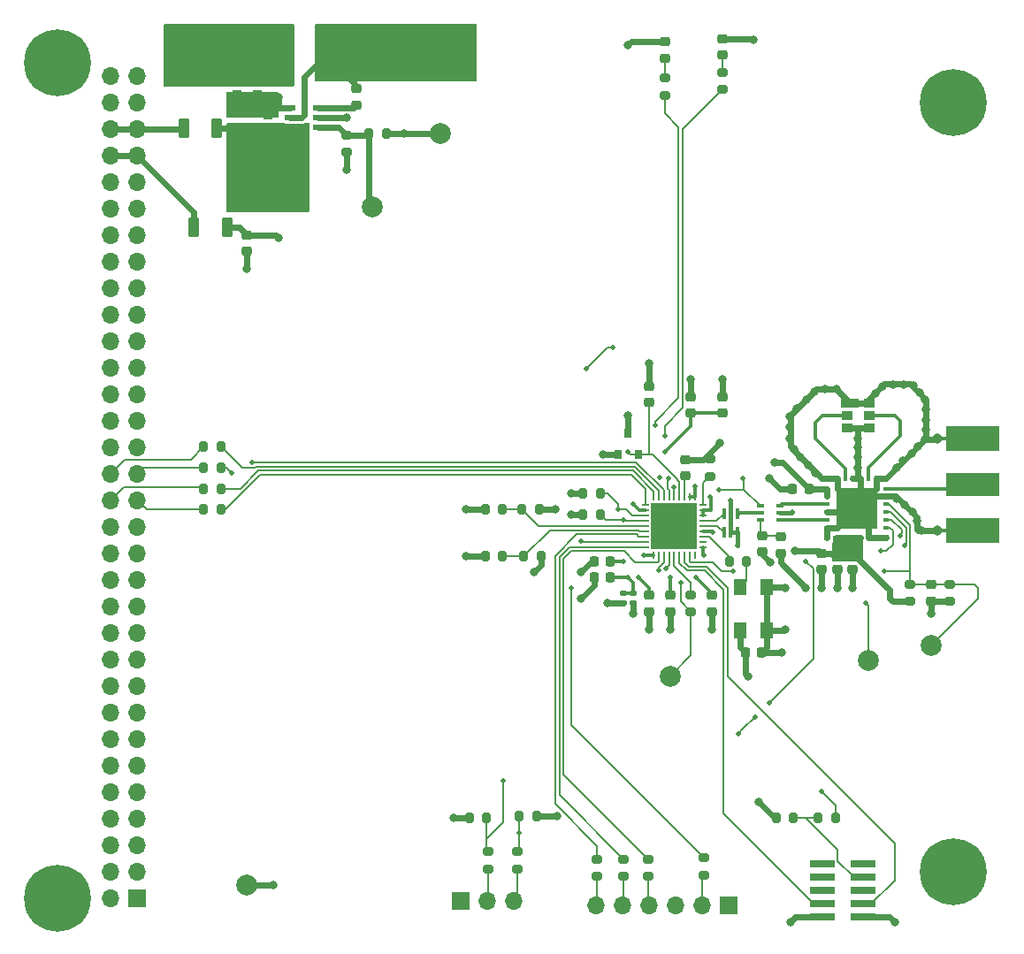
<source format=gtl>
G04 #@! TF.GenerationSoftware,KiCad,Pcbnew,7.0.9+1*
G04 #@! TF.CreationDate,2024-02-23T15:47:32-08:00*
G04 #@! TF.ProjectId,hsl_radio,68736c5f-7261-4646-996f-2e6b69636164,1*
G04 #@! TF.SameCoordinates,Original*
G04 #@! TF.FileFunction,Copper,L1,Top*
G04 #@! TF.FilePolarity,Positive*
%FSLAX46Y46*%
G04 Gerber Fmt 4.6, Leading zero omitted, Abs format (unit mm)*
G04 Created by KiCad (PCBNEW 7.0.9+1) date 2024-02-23 15:47:32*
%MOMM*%
%LPD*%
G01*
G04 APERTURE LIST*
G04 Aperture macros list*
%AMRoundRect*
0 Rectangle with rounded corners*
0 $1 Rounding radius*
0 $2 $3 $4 $5 $6 $7 $8 $9 X,Y pos of 4 corners*
0 Add a 4 corners polygon primitive as box body*
4,1,4,$2,$3,$4,$5,$6,$7,$8,$9,$2,$3,0*
0 Add four circle primitives for the rounded corners*
1,1,$1+$1,$2,$3*
1,1,$1+$1,$4,$5*
1,1,$1+$1,$6,$7*
1,1,$1+$1,$8,$9*
0 Add four rect primitives between the rounded corners*
20,1,$1+$1,$2,$3,$4,$5,0*
20,1,$1+$1,$4,$5,$6,$7,0*
20,1,$1+$1,$6,$7,$8,$9,0*
20,1,$1+$1,$8,$9,$2,$3,0*%
G04 Aperture macros list end*
G04 #@! TA.AperFunction,ComponentPad*
%ADD10C,0.609600*%
G04 #@! TD*
G04 #@! TA.AperFunction,SMDPad,CuDef*
%ADD11R,0.280000X0.750000*%
G04 #@! TD*
G04 #@! TA.AperFunction,SMDPad,CuDef*
%ADD12R,0.750000X0.280000*%
G04 #@! TD*
G04 #@! TA.AperFunction,SMDPad,CuDef*
%ADD13R,4.400000X4.400000*%
G04 #@! TD*
G04 #@! TA.AperFunction,SMDPad,CuDef*
%ADD14RoundRect,0.225000X0.225000X0.250000X-0.225000X0.250000X-0.225000X-0.250000X0.225000X-0.250000X0*%
G04 #@! TD*
G04 #@! TA.AperFunction,SMDPad,CuDef*
%ADD15RoundRect,0.140000X-0.170000X0.140000X-0.170000X-0.140000X0.170000X-0.140000X0.170000X0.140000X0*%
G04 #@! TD*
G04 #@! TA.AperFunction,SMDPad,CuDef*
%ADD16RoundRect,0.225000X-0.250000X0.225000X-0.250000X-0.225000X0.250000X-0.225000X0.250000X0.225000X0*%
G04 #@! TD*
G04 #@! TA.AperFunction,SMDPad,CuDef*
%ADD17RoundRect,0.225000X0.250000X-0.225000X0.250000X0.225000X-0.250000X0.225000X-0.250000X-0.225000X0*%
G04 #@! TD*
G04 #@! TA.AperFunction,SMDPad,CuDef*
%ADD18RoundRect,0.225000X-0.225000X-0.250000X0.225000X-0.250000X0.225000X0.250000X-0.225000X0.250000X0*%
G04 #@! TD*
G04 #@! TA.AperFunction,SMDPad,CuDef*
%ADD19RoundRect,0.218750X-0.256250X0.218750X-0.256250X-0.218750X0.256250X-0.218750X0.256250X0.218750X0*%
G04 #@! TD*
G04 #@! TA.AperFunction,SMDPad,CuDef*
%ADD20R,2.400000X0.740000*%
G04 #@! TD*
G04 #@! TA.AperFunction,ComponentPad*
%ADD21R,1.700000X1.700000*%
G04 #@! TD*
G04 #@! TA.AperFunction,ComponentPad*
%ADD22O,1.700000X1.700000*%
G04 #@! TD*
G04 #@! TA.AperFunction,SMDPad,CuDef*
%ADD23R,5.080000X2.290000*%
G04 #@! TD*
G04 #@! TA.AperFunction,SMDPad,CuDef*
%ADD24R,0.950000X0.460000*%
G04 #@! TD*
G04 #@! TA.AperFunction,ComponentPad*
%ADD25C,0.970000*%
G04 #@! TD*
G04 #@! TA.AperFunction,SMDPad,CuDef*
%ADD26R,5.080000X2.420000*%
G04 #@! TD*
G04 #@! TA.AperFunction,SMDPad,CuDef*
%ADD27RoundRect,0.250000X0.275000X0.700000X-0.275000X0.700000X-0.275000X-0.700000X0.275000X-0.700000X0*%
G04 #@! TD*
G04 #@! TA.AperFunction,SMDPad,CuDef*
%ADD28RoundRect,0.218750X-0.218750X-0.256250X0.218750X-0.256250X0.218750X0.256250X-0.218750X0.256250X0*%
G04 #@! TD*
G04 #@! TA.AperFunction,SMDPad,CuDef*
%ADD29RoundRect,0.218750X0.256250X-0.218750X0.256250X0.218750X-0.256250X0.218750X-0.256250X-0.218750X0*%
G04 #@! TD*
G04 #@! TA.AperFunction,SMDPad,CuDef*
%ADD30RoundRect,0.200000X-0.200000X-0.275000X0.200000X-0.275000X0.200000X0.275000X-0.200000X0.275000X0*%
G04 #@! TD*
G04 #@! TA.AperFunction,SMDPad,CuDef*
%ADD31RoundRect,0.200000X0.200000X0.275000X-0.200000X0.275000X-0.200000X-0.275000X0.200000X-0.275000X0*%
G04 #@! TD*
G04 #@! TA.AperFunction,SMDPad,CuDef*
%ADD32RoundRect,0.200000X-0.275000X0.200000X-0.275000X-0.200000X0.275000X-0.200000X0.275000X0.200000X0*%
G04 #@! TD*
G04 #@! TA.AperFunction,SMDPad,CuDef*
%ADD33RoundRect,0.200000X0.275000X-0.200000X0.275000X0.200000X-0.275000X0.200000X-0.275000X-0.200000X0*%
G04 #@! TD*
G04 #@! TA.AperFunction,SMDPad,CuDef*
%ADD34R,1.700000X0.810000*%
G04 #@! TD*
G04 #@! TA.AperFunction,SMDPad,CuDef*
%ADD35R,1.050000X0.810000*%
G04 #@! TD*
G04 #@! TA.AperFunction,SMDPad,CuDef*
%ADD36R,0.800000X0.900000*%
G04 #@! TD*
G04 #@! TA.AperFunction,SMDPad,CuDef*
%ADD37R,0.650000X0.400000*%
G04 #@! TD*
G04 #@! TA.AperFunction,SMDPad,CuDef*
%ADD38R,1.003300X0.558800*%
G04 #@! TD*
G04 #@! TA.AperFunction,SMDPad,CuDef*
%ADD39C,2.000000*%
G04 #@! TD*
G04 #@! TA.AperFunction,SMDPad,CuDef*
%ADD40RoundRect,0.475000X0.475000X2.075000X-0.475000X2.075000X-0.475000X-2.075000X0.475000X-2.075000X0*%
G04 #@! TD*
G04 #@! TA.AperFunction,ComponentPad*
%ADD41C,6.400000*%
G04 #@! TD*
G04 #@! TA.AperFunction,SMDPad,CuDef*
%ADD42R,0.350000X1.000000*%
G04 #@! TD*
G04 #@! TA.AperFunction,SMDPad,CuDef*
%ADD43R,0.609600X0.609600*%
G04 #@! TD*
G04 #@! TA.AperFunction,SMDPad,CuDef*
%ADD44R,0.609600X0.457200*%
G04 #@! TD*
G04 #@! TA.AperFunction,SMDPad,CuDef*
%ADD45R,0.457200X0.609600*%
G04 #@! TD*
G04 #@! TA.AperFunction,SMDPad,CuDef*
%ADD46R,3.886200X3.886200*%
G04 #@! TD*
G04 #@! TA.AperFunction,SMDPad,CuDef*
%ADD47R,1.300000X1.600000*%
G04 #@! TD*
G04 #@! TA.AperFunction,ViaPad*
%ADD48C,0.500000*%
G04 #@! TD*
G04 #@! TA.AperFunction,ViaPad*
%ADD49C,0.800000*%
G04 #@! TD*
G04 #@! TA.AperFunction,Conductor*
%ADD50C,0.300000*%
G04 #@! TD*
G04 #@! TA.AperFunction,Conductor*
%ADD51C,0.600000*%
G04 #@! TD*
G04 #@! TA.AperFunction,Conductor*
%ADD52C,0.400000*%
G04 #@! TD*
G04 #@! TA.AperFunction,Conductor*
%ADD53C,0.200000*%
G04 #@! TD*
G04 #@! TA.AperFunction,Conductor*
%ADD54C,0.349250*%
G04 #@! TD*
G04 #@! TA.AperFunction,Conductor*
%ADD55C,0.203200*%
G04 #@! TD*
G04 APERTURE END LIST*
D10*
X142900000Y-68100000D03*
X144400000Y-68100000D03*
X144400000Y-65100000D03*
X142900000Y-65100000D03*
X141400000Y-65100000D03*
D11*
X142900000Y-63820000D03*
X143400000Y-63820000D03*
X143900000Y-63820000D03*
X144400000Y-63820000D03*
X144900000Y-63820000D03*
X142400000Y-63820000D03*
X141900000Y-63820000D03*
X141400000Y-63820000D03*
X140900000Y-63820000D03*
D12*
X145680000Y-66600000D03*
X145680000Y-67100000D03*
X145680000Y-67600000D03*
X145680000Y-68100000D03*
X145680000Y-68600000D03*
X145680000Y-64600000D03*
X145680000Y-65100000D03*
X145680000Y-65600000D03*
X145680000Y-66100000D03*
D11*
X142900000Y-69380000D03*
X142400000Y-69380000D03*
X141900000Y-69380000D03*
X141400000Y-69380000D03*
X140900000Y-69380000D03*
X144900000Y-69380000D03*
X144400000Y-69380000D03*
X143900000Y-69380000D03*
X143400000Y-69380000D03*
D12*
X140120000Y-66600000D03*
X140120000Y-66100000D03*
X140120000Y-65600000D03*
X140120000Y-65100000D03*
X140120000Y-64600000D03*
X140120000Y-68600000D03*
X140120000Y-68100000D03*
X140120000Y-67600000D03*
X140120000Y-67100000D03*
D13*
X142900000Y-66600000D03*
D10*
X141400000Y-68100000D03*
X144400000Y-66600000D03*
X142900000Y-66600000D03*
X141400000Y-66600000D03*
D14*
X136775000Y-71500000D03*
X135225000Y-71500000D03*
D15*
X139000000Y-73020000D03*
X139000000Y-73980000D03*
D16*
X140500000Y-73225000D03*
X140500000Y-74775000D03*
D17*
X104000000Y-28775000D03*
X104000000Y-27225000D03*
D16*
X142500000Y-73225000D03*
X142500000Y-74775000D03*
X167500000Y-72225000D03*
X167500000Y-73775000D03*
D15*
X138000000Y-73040000D03*
X138000000Y-74000000D03*
D16*
X157000000Y-69225000D03*
X157000000Y-70775000D03*
X144500000Y-54225000D03*
X144500000Y-55775000D03*
X146500000Y-73225000D03*
X146500000Y-74775000D03*
X101000000Y-23725000D03*
X101000000Y-25275000D03*
X102000000Y-38725000D03*
X102000000Y-40275000D03*
D17*
X144000000Y-61775000D03*
X144000000Y-60225000D03*
X140500000Y-54775000D03*
X140500000Y-53225000D03*
D16*
X151300000Y-67525000D03*
X151300000Y-69075000D03*
D18*
X149725000Y-78700000D03*
X151275000Y-78700000D03*
D14*
X155775000Y-63000000D03*
X154225000Y-63000000D03*
D16*
X158500000Y-69225000D03*
X158500000Y-70775000D03*
X160000000Y-69225000D03*
X160000000Y-70775000D03*
X147500000Y-54225000D03*
X147500000Y-55775000D03*
D19*
X142000000Y-20212500D03*
X142000000Y-21787500D03*
X147500000Y-19925000D03*
X147500000Y-21500000D03*
D20*
X160950000Y-104040000D03*
X157050000Y-104040000D03*
X160950000Y-102770000D03*
X157050000Y-102770000D03*
X160950000Y-101500000D03*
X157050000Y-101500000D03*
X160950000Y-100230000D03*
X157050000Y-100230000D03*
X160950000Y-98960000D03*
X157050000Y-98960000D03*
D21*
X148150000Y-102900000D03*
D22*
X145610000Y-102900000D03*
X143070000Y-102900000D03*
X140530000Y-102900000D03*
X137990000Y-102900000D03*
X135450000Y-102900000D03*
D21*
X122475000Y-102500000D03*
D22*
X125015000Y-102500000D03*
X127555000Y-102500000D03*
D23*
X171500000Y-62620000D03*
D24*
X168510000Y-67000000D03*
D25*
X168060000Y-58240000D03*
D26*
X171500000Y-67000000D03*
D24*
X168510000Y-58240000D03*
D26*
X171500000Y-58240000D03*
D25*
X168060000Y-67000000D03*
D27*
X100075000Y-38000000D03*
X96925000Y-38000000D03*
D28*
X135212500Y-70000000D03*
X136787500Y-70000000D03*
D29*
X153100000Y-69187500D03*
X153100000Y-67612500D03*
D30*
X123275000Y-94500000D03*
X124925000Y-94500000D03*
D31*
X129725000Y-94400000D03*
X128075000Y-94400000D03*
D32*
X142000000Y-23675000D03*
X142000000Y-25325000D03*
X147500000Y-23137500D03*
X147500000Y-24787500D03*
X135500000Y-98475000D03*
X135500000Y-100125000D03*
X145700000Y-98375000D03*
X145700000Y-100025000D03*
X138000000Y-98475000D03*
X138000000Y-100125000D03*
X140400000Y-98475000D03*
X140400000Y-100125000D03*
D31*
X99500000Y-65000000D03*
X97850000Y-65000000D03*
X99500000Y-63000000D03*
X97850000Y-63000000D03*
X99500000Y-59000000D03*
X97850000Y-59000000D03*
X99500000Y-61000000D03*
X97850000Y-61000000D03*
D32*
X127900000Y-97775000D03*
X127900000Y-99425000D03*
X125100000Y-97775000D03*
X125100000Y-99425000D03*
X146300000Y-60175000D03*
X146300000Y-61825000D03*
D31*
X149825000Y-70000000D03*
X148175000Y-70000000D03*
X158325000Y-94500000D03*
X156675000Y-94500000D03*
X126475000Y-65000000D03*
X124825000Y-65000000D03*
X129975000Y-65000000D03*
X128325000Y-65000000D03*
X126475000Y-69500000D03*
X124825000Y-69500000D03*
X130150000Y-69500000D03*
X128500000Y-69500000D03*
D30*
X134175000Y-65500000D03*
X135825000Y-65500000D03*
D31*
X154325000Y-94500000D03*
X152675000Y-94500000D03*
X135825000Y-63500000D03*
X134175000Y-63500000D03*
D32*
X169250000Y-72175000D03*
X169250000Y-73825000D03*
D33*
X165500000Y-73825000D03*
X165500000Y-72175000D03*
D34*
X159750000Y-54810000D03*
D35*
X159425000Y-56000000D03*
X159425000Y-57190000D03*
X161575000Y-57190000D03*
X161575000Y-56000000D03*
X161575000Y-54810000D03*
D36*
X137550000Y-59700000D03*
X139450000Y-59700000D03*
X138500000Y-57700000D03*
D37*
X153020000Y-65970000D03*
X153020000Y-64670000D03*
X151120000Y-65320000D03*
X153020000Y-65320000D03*
X151120000Y-64670000D03*
X151120000Y-65970000D03*
D33*
X144500000Y-74825000D03*
X144500000Y-73175000D03*
D17*
X112500000Y-26275000D03*
X112500000Y-24725000D03*
D38*
X106147450Y-26549999D03*
X106147450Y-27500000D03*
X106147450Y-28450001D03*
X108852550Y-28450001D03*
X108852550Y-27500000D03*
X108852550Y-26549999D03*
D39*
X102000000Y-101000000D03*
D32*
X111500000Y-29175000D03*
X111500000Y-30825000D03*
D39*
X167500000Y-78000000D03*
D40*
X109600000Y-21500000D03*
X105400000Y-21500000D03*
D31*
X115325000Y-29000000D03*
X113675000Y-29000000D03*
D21*
X91500000Y-102200000D03*
D22*
X88960000Y-102200000D03*
X91500000Y-99660000D03*
X88960000Y-99660000D03*
X91500000Y-97120000D03*
X88960000Y-97120000D03*
X91500000Y-94580000D03*
X88960000Y-94580000D03*
X91500000Y-92040000D03*
X88960000Y-92040000D03*
X91500000Y-89500000D03*
X88960000Y-89500000D03*
X91500000Y-86960000D03*
X88960000Y-86960000D03*
X91500000Y-84420000D03*
X88960000Y-84420000D03*
X91500000Y-81880000D03*
X88960000Y-81880000D03*
X91500000Y-79340000D03*
X88960000Y-79340000D03*
X91500000Y-76800000D03*
X88960000Y-76800000D03*
X91500000Y-74260000D03*
X88960000Y-74260000D03*
X91500000Y-71720000D03*
X88960000Y-71720000D03*
X91500000Y-69180000D03*
X88960000Y-69180000D03*
X91500000Y-66640000D03*
X88960000Y-66640000D03*
X91500000Y-64100000D03*
X88960000Y-64100000D03*
X91500000Y-61560000D03*
X88960000Y-61560000D03*
X91500000Y-59020000D03*
X88960000Y-59020000D03*
X91500000Y-56480000D03*
X88960000Y-56480000D03*
X91500000Y-53940000D03*
X88960000Y-53940000D03*
X91500000Y-51400000D03*
X88960000Y-51400000D03*
X91500000Y-48860000D03*
X88960000Y-48860000D03*
X91500000Y-46320000D03*
X88960000Y-46320000D03*
X91500000Y-43780000D03*
X88960000Y-43780000D03*
X91500000Y-41240000D03*
X88960000Y-41240000D03*
X91500000Y-38700000D03*
X88960000Y-38700000D03*
X91500000Y-36160000D03*
X88960000Y-36160000D03*
X91500000Y-33620000D03*
X88960000Y-33620000D03*
X91500000Y-31080000D03*
X88960000Y-31080000D03*
X91500000Y-28540000D03*
X88960000Y-28540000D03*
X91500000Y-26000000D03*
X88960000Y-26000000D03*
X91500000Y-23460000D03*
X88960000Y-23460000D03*
D41*
X169605000Y-99660000D03*
X169605000Y-26000000D03*
X83880000Y-102200000D03*
X83880000Y-22190000D03*
D27*
X99075000Y-28500000D03*
X95925000Y-28500000D03*
D42*
X148950000Y-65400000D03*
X148300000Y-65400000D03*
X147650000Y-65400000D03*
X147650000Y-67200000D03*
X148300000Y-67200000D03*
X148950000Y-67200000D03*
D39*
X120500000Y-29000000D03*
X142500000Y-81000000D03*
D43*
X163220207Y-67737021D03*
D44*
X163220195Y-66750000D03*
X163220195Y-65999999D03*
X163220195Y-65250001D03*
X163220195Y-64499999D03*
X163220195Y-63750001D03*
X163220195Y-63000000D03*
D43*
X163220207Y-62013995D03*
D45*
X162250001Y-62012992D03*
X161500000Y-62012992D03*
X160750002Y-62012992D03*
X160000000Y-62012992D03*
X159250002Y-62012992D03*
X158500001Y-62012992D03*
D43*
X157529795Y-62013995D03*
D44*
X157529807Y-63000000D03*
X157529807Y-63750001D03*
X157529807Y-64499999D03*
X157529807Y-65250001D03*
X157529807Y-65999999D03*
X157529807Y-66750000D03*
D43*
X157529795Y-67737021D03*
D45*
X158500001Y-67737008D03*
X159250002Y-67737008D03*
X160000000Y-67737008D03*
X160750002Y-67737008D03*
X161500000Y-67737008D03*
X162250001Y-67737008D03*
D46*
X160375001Y-64875000D03*
D39*
X114000000Y-36000000D03*
D47*
X151750000Y-76550000D03*
X151750000Y-72450000D03*
X149250000Y-72450000D03*
X149250000Y-76550000D03*
D16*
X103000000Y-23725000D03*
X103000000Y-25275000D03*
D39*
X161500000Y-79500000D03*
D48*
X146300000Y-63800000D03*
X138000000Y-70000000D03*
X144900000Y-62800000D03*
X142000000Y-59500000D03*
X145700000Y-69400000D03*
X145000000Y-71500000D03*
X139000000Y-64500000D03*
X142500000Y-71500000D03*
X140000000Y-69400000D03*
X146600000Y-67200000D03*
X138500000Y-71500000D03*
X139500000Y-71500000D03*
X141518899Y-61981101D03*
D49*
X164800000Y-60300000D03*
X153500000Y-76500000D03*
X157000000Y-72500000D03*
X166360000Y-53850000D03*
X158500000Y-72500000D03*
X133000000Y-63500000D03*
D48*
X154200000Y-65280000D03*
D49*
X160029807Y-65500000D03*
X160029807Y-64500000D03*
X150500000Y-20000000D03*
X164190000Y-63930000D03*
X159029807Y-63500000D03*
X166910000Y-54500000D03*
X161029807Y-63500000D03*
X147300000Y-58600000D03*
X164840000Y-53030000D03*
D48*
X148950000Y-68500000D03*
D49*
X154350000Y-59230000D03*
X164180000Y-61010000D03*
X146500000Y-76500000D03*
X161029807Y-65500000D03*
X166580000Y-67000000D03*
X160500000Y-58200000D03*
X158410000Y-53470000D03*
X162130000Y-53880000D03*
X159029807Y-64500000D03*
X131500000Y-65000000D03*
X154670000Y-55330000D03*
X136500000Y-74000000D03*
X167010000Y-57370000D03*
X167500000Y-75000000D03*
X153200000Y-78700000D03*
X142500000Y-76500000D03*
X153940000Y-57130000D03*
X157310000Y-53450000D03*
X104500000Y-101000000D03*
X153990000Y-56060000D03*
X166980000Y-55420000D03*
X166980000Y-56400000D03*
X138500000Y-20500000D03*
X139000000Y-75000000D03*
X156330000Y-53740000D03*
X166170000Y-66090000D03*
X160000000Y-72500000D03*
X166260000Y-58940000D03*
X155540000Y-54520000D03*
X162810000Y-53200000D03*
X165620000Y-59630000D03*
X134000000Y-73500000D03*
X153920000Y-58210000D03*
X161029807Y-64500000D03*
X147500000Y-52500000D03*
X105000000Y-25500000D03*
X164000000Y-104500000D03*
X111500000Y-32500000D03*
X140500000Y-76500000D03*
X164933377Y-64526257D03*
X140500000Y-51025000D03*
X152000000Y-62000000D03*
X155010000Y-59960000D03*
X153500000Y-72500000D03*
X163850000Y-53020000D03*
X165790000Y-53150000D03*
X160500000Y-60000000D03*
X144500000Y-52500000D03*
X166920000Y-58260000D03*
X152100000Y-70100000D03*
X131700000Y-94400000D03*
X160500000Y-61000000D03*
X136100000Y-59700000D03*
X129500000Y-71000000D03*
X156440000Y-61480000D03*
X160029807Y-63500000D03*
X159029807Y-65500000D03*
X165760000Y-65260000D03*
X160500000Y-59100000D03*
X155760000Y-60750000D03*
D48*
X148250000Y-64100000D03*
D49*
X102000000Y-42000000D03*
X105000000Y-39000000D03*
X134000000Y-71000000D03*
X152500000Y-60500000D03*
X154000000Y-104500000D03*
X151000000Y-93000000D03*
X121800000Y-94500000D03*
X155500000Y-72500000D03*
X123000000Y-65000000D03*
X138500000Y-56000000D03*
X133000000Y-65500000D03*
X150000000Y-81000000D03*
D48*
X163000000Y-70900000D03*
X148501459Y-70912071D03*
X134500000Y-51500000D03*
X137000000Y-49500000D03*
X142850500Y-62838556D03*
X149500000Y-62000000D03*
X147200000Y-63100000D03*
X126500000Y-91000000D03*
X138049500Y-66000000D03*
X164500000Y-67500000D03*
X143500000Y-72000000D03*
X161243504Y-74000000D03*
X164950500Y-68500000D03*
X137500000Y-65000000D03*
D49*
X111500000Y-27500000D03*
X107500000Y-30500000D03*
X117000000Y-29000000D03*
X102000000Y-21500000D03*
X123000000Y-69500000D03*
X154500000Y-69000000D03*
D48*
X162700000Y-69000000D03*
X128075000Y-96000000D03*
X150638556Y-84861444D03*
X152000000Y-83500000D03*
X142361444Y-62000000D03*
X155500000Y-70000000D03*
X149000000Y-86500000D03*
X157000000Y-92000000D03*
X138500000Y-59500000D03*
X141401344Y-70802050D03*
X141049500Y-56965364D03*
X142118899Y-70618899D03*
X142000000Y-58000000D03*
X134000000Y-68000000D03*
X133000000Y-72500000D03*
X100500000Y-61500000D03*
X102500000Y-60500000D03*
D50*
X144900000Y-63820000D02*
X144900000Y-62800000D01*
X138000000Y-73040000D02*
X138980000Y-73040000D01*
X146500000Y-73000000D02*
X145000000Y-71500000D01*
X145700000Y-69400000D02*
X145680000Y-69380000D01*
X146500000Y-73225000D02*
X146500000Y-73000000D01*
X145680000Y-65100000D02*
X146395000Y-65100000D01*
X140110000Y-65090000D02*
X140120000Y-65100000D01*
X139590000Y-65090000D02*
X140110000Y-65090000D01*
X142500000Y-73225000D02*
X142500000Y-71500000D01*
X146500000Y-67100000D02*
X146600000Y-67200000D01*
X145680000Y-69380000D02*
X145680000Y-68600000D01*
X144500000Y-57000000D02*
X142000000Y-59500000D01*
X144400000Y-63820000D02*
X144900000Y-63820000D01*
X146405000Y-63905000D02*
X146300000Y-63800000D01*
X140500000Y-73225000D02*
X140500000Y-72500000D01*
X138980000Y-73040000D02*
X139000000Y-73020000D01*
X144500000Y-55775000D02*
X147500000Y-55775000D01*
X145680000Y-65600000D02*
X145680000Y-65100000D01*
X140500000Y-72500000D02*
X139500000Y-71500000D01*
X139000000Y-72000000D02*
X138500000Y-71500000D01*
X139000000Y-64500000D02*
X139590000Y-65090000D01*
X139000000Y-73020000D02*
X139000000Y-72000000D01*
X136775000Y-71500000D02*
X138500000Y-71500000D01*
X146405000Y-65090000D02*
X146405000Y-63905000D01*
X145680000Y-67100000D02*
X146500000Y-67100000D01*
X140900000Y-69380000D02*
X140020000Y-69380000D01*
X140020000Y-69380000D02*
X140000000Y-69400000D01*
X136787500Y-70000000D02*
X138000000Y-70000000D01*
X144500000Y-55775000D02*
X144500000Y-57000000D01*
X146395000Y-65100000D02*
X146405000Y-65090000D01*
D51*
X158500001Y-62012992D02*
X158500001Y-63000000D01*
D52*
X148300000Y-64150000D02*
X148250000Y-64100000D01*
D51*
X166200000Y-67000000D02*
X168060000Y-67000000D01*
X167000000Y-58234202D02*
X163220207Y-62013995D01*
X161500000Y-63750001D02*
X160375001Y-64875000D01*
X162250001Y-63000000D02*
X160375001Y-64875000D01*
X146300000Y-59600000D02*
X147300000Y-58600000D01*
X163220195Y-63750001D02*
X164124995Y-63750001D01*
X157529807Y-65250001D02*
X160000000Y-65250001D01*
X159750000Y-54810000D02*
X158440000Y-53500000D01*
X150425000Y-19925000D02*
X150500000Y-20000000D01*
X104175001Y-26549999D02*
X105000000Y-26549999D01*
X165500000Y-53000000D02*
X167000000Y-54500000D01*
X160000000Y-65250001D02*
X160375001Y-64875000D01*
X130150000Y-70350000D02*
X129500000Y-71000000D01*
X135225000Y-72275000D02*
X134000000Y-73500000D01*
X137550000Y-59700000D02*
X136100000Y-59700000D01*
X102000000Y-101000000D02*
X104500000Y-101000000D01*
X159750000Y-54810000D02*
X161575000Y-54810000D01*
X151275000Y-78700000D02*
X153200000Y-78700000D01*
X105000000Y-26549999D02*
X105000000Y-25500000D01*
X167000000Y-54500000D02*
X167000000Y-58234202D01*
X164124995Y-63750001D02*
X166160000Y-65785006D01*
X167500000Y-73775000D02*
X169200000Y-73775000D01*
X129725000Y-94400000D02*
X131700000Y-94400000D01*
X147500000Y-19925000D02*
X150425000Y-19925000D01*
D52*
X148300000Y-65400000D02*
X148300000Y-64150000D01*
D51*
X129975000Y-65000000D02*
X131500000Y-65000000D01*
X163220195Y-63750001D02*
X161500000Y-63750001D01*
X157529807Y-66750000D02*
X158500001Y-66750000D01*
D52*
X148950000Y-67200000D02*
X148950000Y-68500000D01*
X148300000Y-65400000D02*
X148300000Y-67200000D01*
D51*
X140500000Y-52975000D02*
X140500000Y-51025000D01*
X145675000Y-60225000D02*
X147300000Y-58600000D01*
X157000000Y-70775000D02*
X157000000Y-72500000D01*
X144000000Y-60225000D02*
X145675000Y-60225000D01*
X111500000Y-30825000D02*
X111500000Y-32500000D01*
X142500000Y-74775000D02*
X142500000Y-76500000D01*
X166160000Y-65785006D02*
X166160000Y-66960000D01*
X138000000Y-74000000D02*
X136500000Y-74000000D01*
X168040000Y-58260000D02*
X168060000Y-58240000D01*
D52*
X153020000Y-65320000D02*
X154160000Y-65320000D01*
D51*
X146300000Y-60175000D02*
X146300000Y-59600000D01*
X153000000Y-63000000D02*
X152000000Y-62000000D01*
X151750000Y-76550000D02*
X151750000Y-78225000D01*
X139000000Y-73980000D02*
X139000000Y-75000000D01*
X151300000Y-69300000D02*
X152100000Y-70100000D01*
X167500000Y-73775000D02*
X167500000Y-75000000D01*
X162251004Y-62013995D02*
X162250001Y-62012992D01*
X158440000Y-53500000D02*
X156500000Y-53500000D01*
X138787500Y-20212500D02*
X138500000Y-20500000D01*
X144500000Y-54225000D02*
X144500000Y-52500000D01*
X105000000Y-26549999D02*
X106147450Y-26549999D01*
D53*
X147400000Y-102360000D02*
X147440000Y-102400000D01*
D51*
X160500000Y-57190000D02*
X160500000Y-62012992D01*
X157529795Y-66750012D02*
X157529807Y-66750000D01*
X157529795Y-62013995D02*
X158498998Y-62013995D01*
X160750002Y-64499999D02*
X160375001Y-64875000D01*
X151300000Y-69075000D02*
X151300000Y-69300000D01*
X151750000Y-76550000D02*
X153450000Y-76550000D01*
X158500001Y-63000000D02*
X160375001Y-64875000D01*
D52*
X148300000Y-67200000D02*
X148950000Y-67200000D01*
D51*
X163220194Y-67737008D02*
X163220207Y-67737021D01*
X162250001Y-62012992D02*
X162250001Y-63000000D01*
X151750000Y-72450000D02*
X153450000Y-72450000D01*
D52*
X154160000Y-65320000D02*
X154200000Y-65280000D01*
D51*
X160000000Y-62012992D02*
X160500000Y-62012992D01*
X130150000Y-69500000D02*
X130150000Y-70350000D01*
X153450000Y-76550000D02*
X153500000Y-76500000D01*
X161500000Y-65999999D02*
X160375001Y-64875000D01*
X157013995Y-62013995D02*
X157529795Y-62013995D01*
X160500000Y-57190000D02*
X159425000Y-57190000D01*
X151750000Y-72450000D02*
X151750000Y-76550000D01*
X160750002Y-62012992D02*
X160750002Y-64499999D01*
X142000000Y-20212500D02*
X138787500Y-20212500D01*
X158500001Y-66750000D02*
X160375001Y-64875000D01*
X154225000Y-63000000D02*
X153000000Y-63000000D01*
X161575000Y-54810000D02*
X161575000Y-54425000D01*
X153450000Y-72450000D02*
X153500000Y-72500000D01*
X154000000Y-59000000D02*
X157013995Y-62013995D01*
X166920000Y-58260000D02*
X168040000Y-58260000D01*
X156500000Y-53500000D02*
X154000000Y-56000000D01*
X169200000Y-73775000D02*
X169250000Y-73825000D01*
X102000000Y-40275000D02*
X102000000Y-42000000D01*
X146500000Y-74775000D02*
X146500000Y-76500000D01*
X161500000Y-67737008D02*
X161500000Y-65999999D01*
X140500000Y-74775000D02*
X140500000Y-76500000D01*
X163000000Y-53000000D02*
X165500000Y-53000000D01*
X135225000Y-71500000D02*
X135225000Y-72275000D01*
X157529795Y-67737021D02*
X157529795Y-66750012D01*
X151750000Y-78225000D02*
X151275000Y-78700000D01*
X163540000Y-104040000D02*
X164000000Y-104500000D01*
X147500000Y-54225000D02*
X147500000Y-52500000D01*
X104000000Y-26725000D02*
X104175001Y-26549999D01*
X163220207Y-67737021D02*
X162250014Y-67737021D01*
X103000000Y-25275000D02*
X103000000Y-25374998D01*
X154000000Y-56000000D02*
X154000000Y-59000000D01*
X162250014Y-67737021D02*
X162250001Y-67737008D01*
X158498998Y-62013995D02*
X158500001Y-62012992D01*
X134175000Y-63500000D02*
X133000000Y-63500000D01*
X161575000Y-54425000D02*
X163000000Y-53000000D01*
X160950000Y-104040000D02*
X163540000Y-104040000D01*
X162250001Y-67737008D02*
X161500000Y-67737008D01*
X160000000Y-64499999D02*
X160375001Y-64875000D01*
X166160000Y-66960000D02*
X166200000Y-67000000D01*
X160500000Y-62012992D02*
X160750002Y-62012992D01*
X158500000Y-70775000D02*
X158500000Y-72500000D01*
X163220207Y-62013995D02*
X162251004Y-62013995D01*
X161575000Y-57190000D02*
X160500000Y-57190000D01*
X160000000Y-70775000D02*
X160000000Y-72500000D01*
X157529807Y-63000000D02*
X156000000Y-63000000D01*
X101275000Y-38000000D02*
X102000000Y-38725000D01*
X152675000Y-94500000D02*
X152500000Y-94500000D01*
X124825000Y-65000000D02*
X123000000Y-65000000D01*
X134175000Y-65500000D02*
X133000000Y-65500000D01*
X104725000Y-38725000D02*
X105000000Y-39000000D01*
X154460000Y-104040000D02*
X154000000Y-104500000D01*
X149725000Y-78700000D02*
X149725000Y-80725000D01*
X153275000Y-60500000D02*
X152500000Y-60500000D01*
X155775000Y-63000000D02*
X153275000Y-60500000D01*
X138500000Y-57700000D02*
X138500000Y-56000000D01*
X153100000Y-69187500D02*
X153100000Y-70100000D01*
X153100000Y-70100000D02*
X155500000Y-72500000D01*
X149250000Y-78225000D02*
X149725000Y-78700000D01*
X135212500Y-70000000D02*
X135000000Y-70000000D01*
X100075000Y-38000000D02*
X101275000Y-38000000D01*
X149725000Y-80725000D02*
X150000000Y-81000000D01*
X135000000Y-70000000D02*
X134000000Y-71000000D01*
X157050000Y-104040000D02*
X154460000Y-104040000D01*
X123275000Y-94500000D02*
X121800000Y-94500000D01*
X157529807Y-63750001D02*
X157529807Y-63000000D01*
X102000000Y-38725000D02*
X104725000Y-38725000D01*
X149250000Y-76550000D02*
X149250000Y-78225000D01*
X152500000Y-94500000D02*
X151000000Y-93000000D01*
D53*
X144400000Y-69995000D02*
X144460000Y-70055000D01*
X165500000Y-70900000D02*
X165500000Y-66540000D01*
X169250000Y-72175000D02*
X171675000Y-72175000D01*
X171675000Y-72175000D02*
X172000000Y-72500000D01*
X165500000Y-70900000D02*
X165500000Y-72175000D01*
X165500000Y-72175000D02*
X167450000Y-72175000D01*
X146555000Y-70055000D02*
X147412071Y-70912071D01*
X165500000Y-70900000D02*
X163000000Y-70900000D01*
X147412071Y-70912071D02*
X148501459Y-70912071D01*
X144460000Y-70055000D02*
X146555000Y-70055000D01*
X167450000Y-72175000D02*
X167500000Y-72225000D01*
X172000000Y-72500000D02*
X172000000Y-73500000D01*
X169200000Y-72225000D02*
X169250000Y-72175000D01*
X165500000Y-66540000D02*
X163459999Y-64499999D01*
X144400000Y-69380000D02*
X144400000Y-69995000D01*
X163459999Y-64499999D02*
X163220195Y-64499999D01*
X167500000Y-72225000D02*
X169200000Y-72225000D01*
X172000000Y-73500000D02*
X167500000Y-78000000D01*
X148000000Y-81000000D02*
X164000000Y-97000000D01*
X143900000Y-69380000D02*
X143900000Y-70060685D01*
X164000000Y-97000000D02*
X164000000Y-100550000D01*
X161780000Y-102770000D02*
X160950000Y-102770000D01*
X144294315Y-70455000D02*
X145955000Y-70455000D01*
X164000000Y-100550000D02*
X161780000Y-102770000D01*
X143900000Y-70060685D02*
X144294315Y-70455000D01*
X148000000Y-72500000D02*
X148000000Y-81000000D01*
X145955000Y-70455000D02*
X148000000Y-72500000D01*
X147600000Y-94150000D02*
X147600000Y-72665686D01*
X145789314Y-70855000D02*
X144128629Y-70855000D01*
X143400000Y-70126371D02*
X143400000Y-69380000D01*
X147600000Y-72665686D02*
X145789314Y-70855000D01*
X157050000Y-102770000D02*
X156220000Y-102770000D01*
X144128629Y-70855000D02*
X143400000Y-70126371D01*
X156220000Y-102770000D02*
X147600000Y-94150000D01*
X158550000Y-97550000D02*
X158550000Y-98660000D01*
X155500000Y-94500000D02*
X158550000Y-97550000D01*
X160120000Y-100230000D02*
X160950000Y-100230000D01*
X155500000Y-94500000D02*
X156675000Y-94500000D01*
X158550000Y-98660000D02*
X160120000Y-100230000D01*
X154325000Y-94500000D02*
X155500000Y-94500000D01*
X145610000Y-102900000D02*
X145610000Y-100115000D01*
X145610000Y-100115000D02*
X145700000Y-100025000D01*
X140400000Y-102770000D02*
X140530000Y-102900000D01*
X140400000Y-100125000D02*
X140400000Y-102770000D01*
X138000000Y-100125000D02*
X138000000Y-102890000D01*
X138000000Y-102890000D02*
X137990000Y-102900000D01*
X135500000Y-102850000D02*
X135450000Y-102900000D01*
X135500000Y-100125000D02*
X135500000Y-102850000D01*
X124925000Y-96500000D02*
X124925000Y-97600000D01*
X136500000Y-49500000D02*
X135000000Y-51000000D01*
X149550000Y-63100000D02*
X151120000Y-64670000D01*
X126500000Y-95000000D02*
X125000000Y-96500000D01*
X126500000Y-91000000D02*
X126500000Y-95000000D01*
X142850500Y-62838556D02*
X142900000Y-62888056D01*
X137000000Y-49500000D02*
X136500000Y-49500000D01*
X149550000Y-63100000D02*
X149550000Y-62050000D01*
X125000000Y-96500000D02*
X124925000Y-96500000D01*
X142900000Y-62888056D02*
X142900000Y-63820000D01*
X124925000Y-94500000D02*
X124925000Y-96500000D01*
X135000000Y-51000000D02*
X134500000Y-51500000D01*
X149550000Y-62050000D02*
X149500000Y-62000000D01*
X147200000Y-63100000D02*
X149550000Y-63100000D01*
X124925000Y-97600000D02*
X125100000Y-97775000D01*
X138049500Y-66000000D02*
X138149500Y-66100000D01*
X138149500Y-66100000D02*
X140120000Y-66100000D01*
X164500000Y-67500000D02*
X164700000Y-67300000D01*
X144500000Y-74825000D02*
X144500000Y-79000000D01*
X143500000Y-73825000D02*
X143500000Y-72500000D01*
X144500000Y-74825000D02*
X143500000Y-73825000D01*
X138049500Y-66000000D02*
X136325000Y-66000000D01*
X143500000Y-72500000D02*
X143500000Y-72000000D01*
X163724995Y-65999999D02*
X163220195Y-65999999D01*
X144500000Y-79000000D02*
X142500000Y-81000000D01*
X164700000Y-67300000D02*
X164700000Y-66975004D01*
X136325000Y-66000000D02*
X135825000Y-65500000D01*
X164700000Y-66975004D02*
X163724995Y-65999999D01*
X140120000Y-66600000D02*
X129925000Y-66600000D01*
X126475000Y-65000000D02*
X128325000Y-65000000D01*
X129925000Y-66600000D02*
X128325000Y-65000000D01*
X139545000Y-67100000D02*
X139445000Y-67000000D01*
X126475000Y-69500000D02*
X128500000Y-69500000D01*
X139445000Y-67000000D02*
X131000000Y-67000000D01*
X140120000Y-67100000D02*
X139545000Y-67100000D01*
X131000000Y-67000000D02*
X128500000Y-69500000D01*
X138277818Y-65000000D02*
X137500000Y-65000000D01*
X161500000Y-74256496D02*
X161243504Y-74000000D01*
X163603597Y-65250001D02*
X163220195Y-65250001D01*
X165100000Y-68350500D02*
X165100000Y-66746404D01*
X137500000Y-65000000D02*
X137500000Y-64500000D01*
X161500000Y-79500000D02*
X161500000Y-74256496D01*
X137500000Y-64500000D02*
X136500000Y-63500000D01*
X138877818Y-65600000D02*
X138277818Y-65000000D01*
X136500000Y-63500000D02*
X135825000Y-63500000D01*
X140120000Y-65600000D02*
X138877818Y-65600000D01*
X164950500Y-68500000D02*
X165100000Y-68350500D01*
X165100000Y-66746404D02*
X163603597Y-65250001D01*
D51*
X108852550Y-27500000D02*
X111500000Y-27500000D01*
X106097451Y-28500000D02*
X106147450Y-28450001D01*
X107500000Y-29802551D02*
X106147450Y-28450001D01*
X107500000Y-30500000D02*
X107500000Y-29802551D01*
X99075000Y-28500000D02*
X106097451Y-28500000D01*
X160000000Y-67737008D02*
X160700000Y-67737008D01*
X163500000Y-72725000D02*
X163500000Y-73500000D01*
X158500000Y-69225000D02*
X157000000Y-69225000D01*
X154500000Y-69000000D02*
X156775000Y-69000000D01*
X158225000Y-69500000D02*
X158500000Y-69225000D01*
X120500000Y-29000000D02*
X117000000Y-29000000D01*
X160000000Y-69225000D02*
X163500000Y-72725000D01*
X158500001Y-67737008D02*
X159250002Y-67737008D01*
X105400000Y-21500000D02*
X102000000Y-21500000D01*
X124825000Y-69500000D02*
X123000000Y-69500000D01*
X115325000Y-29000000D02*
X117000000Y-29000000D01*
X163825000Y-73825000D02*
X165500000Y-73825000D01*
X158500000Y-69225000D02*
X160000000Y-69225000D01*
X156775000Y-69000000D02*
X157000000Y-69225000D01*
X163500000Y-73500000D02*
X163825000Y-73825000D01*
X159250002Y-67737008D02*
X160000000Y-67737008D01*
D53*
X162700000Y-69000000D02*
X163166828Y-69000000D01*
X156200000Y-70700000D02*
X156200000Y-79300000D01*
X163550000Y-66750000D02*
X163220195Y-66750000D01*
X142300000Y-62061444D02*
X142300000Y-63065874D01*
X142300000Y-63065874D02*
X142400000Y-63165874D01*
X142361444Y-62000000D02*
X142300000Y-62061444D01*
X128075000Y-97600000D02*
X127900000Y-97775000D01*
X150638556Y-84861444D02*
X149500000Y-86000000D01*
X163166828Y-69000000D02*
X163825007Y-68341821D01*
X156200000Y-79300000D02*
X152000000Y-83500000D01*
X128075000Y-94400000D02*
X128075000Y-96000000D01*
X142400000Y-63165874D02*
X142400000Y-63820000D01*
X163825007Y-68341821D02*
X163825007Y-67025007D01*
X149500000Y-86000000D02*
X149000000Y-86500000D01*
X128075000Y-96000000D02*
X128075000Y-97600000D01*
X155500000Y-70000000D02*
X156200000Y-70700000D01*
X163825007Y-67025007D02*
X163550000Y-66750000D01*
D51*
X112225001Y-26549999D02*
X112500000Y-26275000D01*
X108852550Y-26549999D02*
X112225001Y-26549999D01*
X112500000Y-24400000D02*
X109600000Y-21500000D01*
X112500000Y-24725000D02*
X112500000Y-24400000D01*
X106147450Y-27500000D02*
X107249100Y-27500000D01*
X107500000Y-23600000D02*
X109600000Y-21500000D01*
X107249100Y-27500000D02*
X107500000Y-27249100D01*
X107500000Y-27249100D02*
X107500000Y-23600000D01*
D53*
X143900000Y-61875000D02*
X144000000Y-61775000D01*
X143900000Y-63820000D02*
X143900000Y-61875000D01*
X138500000Y-59500000D02*
X138700000Y-59700000D01*
X143225000Y-62223696D02*
X143400000Y-62398696D01*
X143225000Y-62075000D02*
X143225000Y-62223696D01*
X158325000Y-93325000D02*
X157000000Y-92000000D01*
X139450000Y-59700000D02*
X140500000Y-59700000D01*
X158325000Y-94500000D02*
X158325000Y-93325000D01*
X143400000Y-62398696D02*
X143400000Y-63820000D01*
X140850000Y-59700000D02*
X143225000Y-62075000D01*
X140500000Y-59700000D02*
X140850000Y-59700000D01*
X140500000Y-59700000D02*
X140500000Y-54775000D01*
X138700000Y-59700000D02*
X139450000Y-59700000D01*
X151120000Y-67345000D02*
X151300000Y-67525000D01*
X153012500Y-67525000D02*
X153100000Y-67612500D01*
X151300000Y-67525000D02*
X153012500Y-67525000D01*
X151120000Y-65970000D02*
X151120000Y-67345000D01*
X142000000Y-21787500D02*
X142000000Y-23675000D01*
X147500000Y-21500000D02*
X147500000Y-23137500D01*
X142900000Y-70400000D02*
X142900000Y-69380000D01*
X144500000Y-73175000D02*
X144500000Y-72000000D01*
X144500000Y-72000000D02*
X142900000Y-70400000D01*
X125100000Y-102415000D02*
X125015000Y-102500000D01*
X125100000Y-99425000D02*
X125100000Y-102415000D01*
X127900000Y-102155000D02*
X127555000Y-102500000D01*
X127900000Y-99425000D02*
X127900000Y-102155000D01*
D54*
X163220195Y-63000000D02*
X171120000Y-63000000D01*
X171120000Y-63000000D02*
X171500000Y-62620000D01*
D51*
X96925000Y-36505000D02*
X96925000Y-38000000D01*
X88960000Y-31080000D02*
X91500000Y-31080000D01*
X91500000Y-31080000D02*
X96925000Y-36505000D01*
D55*
X92400000Y-65000000D02*
X97850000Y-65000000D01*
X91500000Y-64100000D02*
X92400000Y-65000000D01*
X90165600Y-62894400D02*
X97744400Y-62894400D01*
X97744400Y-62894400D02*
X97850000Y-63000000D01*
X88960000Y-64100000D02*
X90165600Y-62894400D01*
X97850000Y-61000000D02*
X92060000Y-61000000D01*
X92060000Y-61000000D02*
X91500000Y-61560000D01*
X97850000Y-59000000D02*
X96624400Y-60225600D01*
X90294400Y-60225600D02*
X88960000Y-61560000D01*
X96624400Y-60225600D02*
X90294400Y-60225600D01*
D51*
X95885000Y-28540000D02*
X95925000Y-28500000D01*
X88960000Y-28540000D02*
X91500000Y-28540000D01*
X91500000Y-28540000D02*
X95885000Y-28540000D01*
D53*
X141049500Y-56608599D02*
X143325000Y-54333099D01*
X142000000Y-27071815D02*
X142000000Y-25325000D01*
X141049500Y-56965364D02*
X141049500Y-56608599D01*
X141401344Y-70559342D02*
X141900000Y-70060686D01*
X143325000Y-54333099D02*
X143325000Y-28396815D01*
X141900000Y-70060686D02*
X141900000Y-69380000D01*
X141401344Y-70802050D02*
X141401344Y-70559342D01*
X143325000Y-28396815D02*
X142000000Y-27071815D01*
X142400000Y-70337798D02*
X142118899Y-70618899D01*
X143725000Y-28562500D02*
X147500000Y-24787500D01*
X142000000Y-57000000D02*
X143725000Y-55275000D01*
X142400000Y-69380000D02*
X142400000Y-70337798D01*
X142000000Y-58000000D02*
X142000000Y-57000000D01*
X143725000Y-55275000D02*
X143725000Y-28562500D01*
X139479314Y-67600000D02*
X139279314Y-67400000D01*
X140120000Y-67600000D02*
X139479314Y-67600000D01*
X131500000Y-69434314D02*
X131500000Y-93210050D01*
X131500000Y-93210050D02*
X135500000Y-97210050D01*
X133534314Y-67400000D02*
X131500000Y-69434314D01*
X139279314Y-67400000D02*
X133534314Y-67400000D01*
X135500000Y-97210050D02*
X135500000Y-98475000D01*
X133000000Y-72500000D02*
X133000000Y-85675000D01*
X134100000Y-68100000D02*
X134000000Y-68000000D01*
X133000000Y-85675000D02*
X145700000Y-98375000D01*
X140120000Y-68100000D02*
X134100000Y-68100000D01*
X138000000Y-98475000D02*
X131900000Y-92375000D01*
X131900000Y-92375000D02*
X131900000Y-69600000D01*
X132900001Y-68600000D02*
X140120000Y-68600000D01*
X131900000Y-69600000D02*
X132900001Y-68600000D01*
X133065686Y-69000000D02*
X138077818Y-69000000D01*
X138077818Y-69000000D02*
X139132818Y-70055000D01*
X141340000Y-70055000D02*
X141400000Y-69995000D01*
X132300000Y-90375000D02*
X132300000Y-69765686D01*
X140400000Y-98475000D02*
X132300000Y-90375000D01*
X141400000Y-69995000D02*
X141400000Y-69380000D01*
X132300000Y-69765686D02*
X133065686Y-69000000D01*
X139132818Y-70055000D02*
X141340000Y-70055000D01*
X103209190Y-61700000D02*
X99909190Y-65000000D01*
X138763628Y-61700000D02*
X103209190Y-61700000D01*
X140120000Y-64600000D02*
X140120000Y-63056372D01*
X99909190Y-65000000D02*
X99500000Y-65000000D01*
X140120000Y-63056372D02*
X138763628Y-61700000D01*
X140900000Y-63270686D02*
X138929314Y-61300000D01*
X140900000Y-63820000D02*
X140900000Y-63270686D01*
X138929314Y-61300000D02*
X103043504Y-61300000D01*
X101343504Y-63000000D02*
X99500000Y-63000000D01*
X103043504Y-61300000D02*
X101343504Y-63000000D01*
X102877818Y-60900000D02*
X139095000Y-60900000D01*
X101550000Y-61050000D02*
X102727818Y-61050000D01*
X139095000Y-60900000D02*
X141400000Y-63205000D01*
X102727818Y-61050000D02*
X102877818Y-60900000D01*
X141400000Y-63205000D02*
X141400000Y-63820000D01*
X99500000Y-59000000D02*
X101550000Y-61050000D01*
X99500000Y-61000000D02*
X100000000Y-61000000D01*
X141900000Y-63139314D02*
X141900000Y-63820000D01*
X100000000Y-61000000D02*
X100500000Y-61500000D01*
X102500000Y-60500000D02*
X139260686Y-60500000D01*
X139260686Y-60500000D02*
X141900000Y-63139314D01*
X145680000Y-64600000D02*
X145680000Y-62445000D01*
X145680000Y-62445000D02*
X146300000Y-61825000D01*
X148175000Y-69552818D02*
X148175000Y-70000000D01*
X145680000Y-67600000D02*
X146222182Y-67600000D01*
X146222182Y-67600000D02*
X148175000Y-69552818D01*
D51*
X113675000Y-29000000D02*
X113675000Y-35675000D01*
X113675000Y-35675000D02*
X114000000Y-36000000D01*
X113500000Y-29175000D02*
X113675000Y-29000000D01*
X111500000Y-29175000D02*
X113500000Y-29175000D01*
X110775001Y-28450001D02*
X111500000Y-29175000D01*
X108852550Y-28450001D02*
X110775001Y-28450001D01*
D53*
X145680000Y-66600000D02*
X147050000Y-66600000D01*
X147050000Y-66600000D02*
X147650000Y-67200000D01*
X146950000Y-66100000D02*
X147650000Y-65400000D01*
X145680000Y-66100000D02*
X146950000Y-66100000D01*
D54*
X159250002Y-61110002D02*
X159250002Y-62012992D01*
X156370000Y-58230000D02*
X159250002Y-61110002D01*
X159425000Y-56000000D02*
X157060000Y-56000000D01*
X157060000Y-56000000D02*
X156370000Y-56690000D01*
X156370000Y-56690000D02*
X156370000Y-58230000D01*
X161500000Y-61000000D02*
X161500000Y-62012992D01*
X161575000Y-56000000D02*
X164000000Y-56000000D01*
X164500000Y-58000000D02*
X161500000Y-61000000D01*
X164500000Y-56500000D02*
X164500000Y-58000000D01*
X164000000Y-56000000D02*
X164500000Y-56500000D01*
X157499808Y-65970000D02*
X157529807Y-65999999D01*
X153049999Y-65999999D02*
X153020000Y-65970000D01*
X153020000Y-65970000D02*
X157499808Y-65970000D01*
X157529807Y-64499999D02*
X153190001Y-64499999D01*
X153190001Y-64499999D02*
X153020000Y-64670000D01*
D52*
X148970000Y-65420000D02*
X148950000Y-65400000D01*
D54*
X149030000Y-65320000D02*
X148950000Y-65400000D01*
X151120000Y-65320000D02*
X149030000Y-65320000D01*
D53*
X149825000Y-70000000D02*
X149825000Y-71875000D01*
X149825000Y-71875000D02*
X149250000Y-72450000D01*
G04 #@! TA.AperFunction,Conductor*
G36*
X106443039Y-18519685D02*
G01*
X106488794Y-18572489D01*
X106500000Y-18624000D01*
X106500000Y-24376000D01*
X106480315Y-24443039D01*
X106427511Y-24488794D01*
X106376000Y-24500000D01*
X94124000Y-24500000D01*
X94056961Y-24480315D01*
X94011206Y-24427511D01*
X94000000Y-24376000D01*
X94000000Y-18624000D01*
X94019685Y-18556961D01*
X94072489Y-18511206D01*
X94124000Y-18500000D01*
X106376000Y-18500000D01*
X106443039Y-18519685D01*
G37*
G04 #@! TD.AperFunction*
G04 #@! TA.AperFunction,Conductor*
G36*
X104943039Y-25019685D02*
G01*
X104988794Y-25072489D01*
X105000000Y-25124000D01*
X105000000Y-27376000D01*
X104980315Y-27443039D01*
X104927511Y-27488794D01*
X104876000Y-27500000D01*
X100124000Y-27500000D01*
X100056961Y-27480315D01*
X100011206Y-27427511D01*
X100000000Y-27376000D01*
X100000000Y-25124000D01*
X100019685Y-25056961D01*
X100072489Y-25011206D01*
X100124000Y-25000000D01*
X104876000Y-25000000D01*
X104943039Y-25019685D01*
G37*
G04 #@! TD.AperFunction*
G04 #@! TA.AperFunction,Conductor*
G36*
X123943039Y-18519685D02*
G01*
X123988794Y-18572489D01*
X124000000Y-18624000D01*
X124000000Y-23876000D01*
X123980315Y-23943039D01*
X123927511Y-23988794D01*
X123876000Y-24000000D01*
X108624000Y-24000000D01*
X108556961Y-23980315D01*
X108511206Y-23927511D01*
X108500000Y-23876000D01*
X108500000Y-18624000D01*
X108519685Y-18556961D01*
X108572489Y-18511206D01*
X108624000Y-18500000D01*
X123876000Y-18500000D01*
X123943039Y-18519685D01*
G37*
G04 #@! TD.AperFunction*
G04 #@! TA.AperFunction,Conductor*
G36*
X160888539Y-67519685D02*
G01*
X160934294Y-67572489D01*
X160945500Y-67624000D01*
X160945500Y-67715949D01*
X160945355Y-67720182D01*
X160941591Y-67775200D01*
X160941592Y-67775204D01*
X160952813Y-67829207D01*
X160953532Y-67833377D01*
X160961043Y-67888016D01*
X160961045Y-67888024D01*
X160963620Y-67893953D01*
X160971286Y-67918107D01*
X160972602Y-67924439D01*
X160972604Y-67924445D01*
X160986097Y-67950484D01*
X161000000Y-68007533D01*
X161000000Y-69876000D01*
X160980315Y-69943039D01*
X160927511Y-69988794D01*
X160876000Y-70000000D01*
X158124000Y-70000000D01*
X158056961Y-69980315D01*
X158011206Y-69927511D01*
X158000000Y-69876000D01*
X158000000Y-68289977D01*
X158019685Y-68222938D01*
X158020898Y-68221086D01*
X158054242Y-68171184D01*
X158074329Y-68141122D01*
X158089095Y-68066888D01*
X158089094Y-67623998D01*
X158108778Y-67556961D01*
X158161582Y-67511206D01*
X158213094Y-67500000D01*
X160821500Y-67500000D01*
X160888539Y-67519685D01*
G37*
G04 #@! TD.AperFunction*
G04 #@! TA.AperFunction,Conductor*
G36*
X105534597Y-28015958D02*
G01*
X105535218Y-28014461D01*
X105546501Y-28019135D01*
X105588553Y-28027499D01*
X105620733Y-28033900D01*
X105980666Y-28033899D01*
X106014121Y-28038497D01*
X106037434Y-28045029D01*
X106071236Y-28054500D01*
X107239636Y-28054500D01*
X107241839Y-28054575D01*
X107306339Y-28056779D01*
X107349682Y-28046215D01*
X107355909Y-28045031D01*
X107400109Y-28038957D01*
X107416751Y-28031727D01*
X107436796Y-28024987D01*
X107438974Y-28024456D01*
X107454433Y-28020689D01*
X107454435Y-28020688D01*
X107462924Y-28015915D01*
X107523699Y-28000000D01*
X107876000Y-28000000D01*
X107943039Y-28019685D01*
X107988794Y-28072489D01*
X108000000Y-28124000D01*
X108000000Y-36376000D01*
X107980315Y-36443039D01*
X107927511Y-36488794D01*
X107876000Y-36500000D01*
X100124000Y-36500000D01*
X100056961Y-36480315D01*
X100011206Y-36427511D01*
X100000000Y-36376000D01*
X100000000Y-28124000D01*
X100019685Y-28056961D01*
X100072489Y-28011206D01*
X100124000Y-28000000D01*
X105480248Y-28000000D01*
X105534597Y-28015958D01*
G37*
G04 #@! TD.AperFunction*
M02*

</source>
